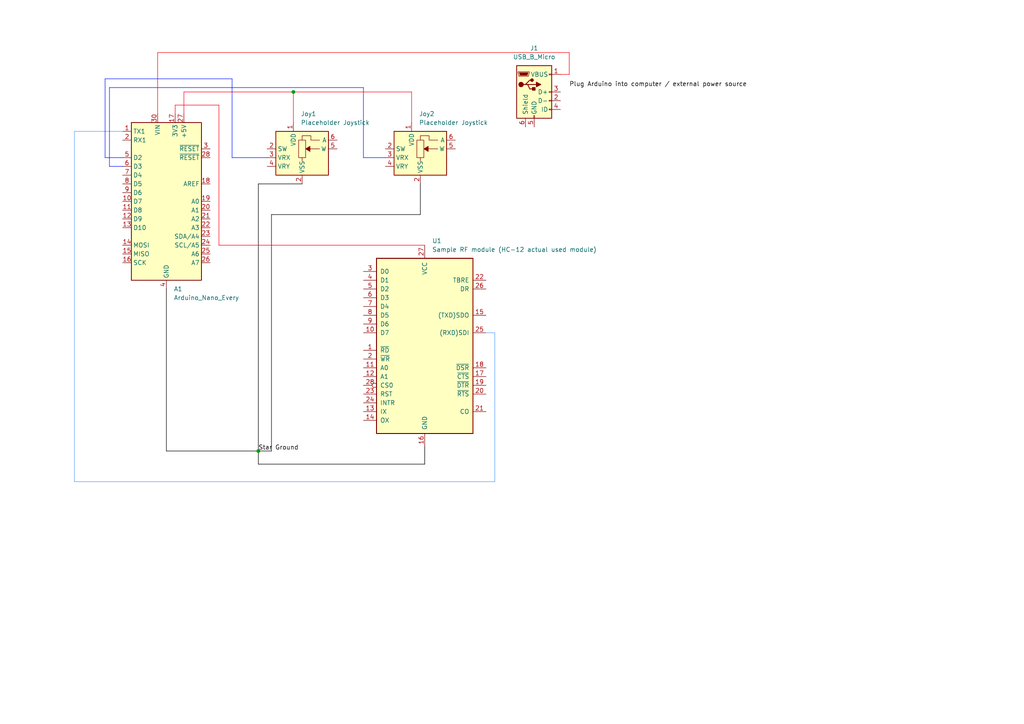
<source format=kicad_sch>
(kicad_sch (version 20250114) (generator "eeschema") (generator_version "9.0")
  (paper "A4")
  (title_block (title "Joystick"))
  (lib_symbols
    (symbol "Connector:USB_B_Micro" (pin_names (offset 1.016))
      (property "Reference" "J" (at -5.08 11.43 0))
      (property "Value" "USB_B_Micro" (at -5.08 8.89 0))
      (symbol "USB_B_Micro_0_1"
        (rectangle (start -5.08 -7.62) (end 5.08 7.62) (stroke (width 0.254)) (fill (type background)))
        (polyline (pts (xy -4.699 5.842) (xy -4.699 5.588) (xy -4.445 4.826) (xy -4.445 4.572) (xy -1.651 4.572) (xy -1.651 4.826) (xy -1.397 5.588) (xy -1.397 5.842) (xy -4.699 5.842)))
        (polyline (pts (xy -4.318 5.588) (xy -1.778 5.588) (xy -2.032 4.826) (xy -4.064 4.826) (xy -4.318 5.588)) (fill (type outline)))
        (circle (center -3.81 2.159) (radius 0.635) (stroke (width 0.254)) (fill (type outline)))
        (polyline (pts (xy -3.175 2.159) (xy -2.54 2.159) (xy -1.27 3.429) (xy -0.635 3.429)) (stroke (width 0.254)))
        (polyline (pts (xy -2.54 2.159) (xy -1.905 2.159) (xy -1.27 0.889) (xy 0 0.889)) (stroke (width 0.254)))
        (polyline (pts (xy -1.905 2.159) (xy 0.635 2.159)) (stroke (width 0.254)))
        (circle (center -0.635 3.429) (radius 0.381) (stroke (width 0.254)) (fill (type outline)))
        (rectangle (start -0.127 -7.62) (end 0.127 -6.858))
        (rectangle (start 0.254 1.27) (end -0.508 0.508) (stroke (width 0.254)) (fill (type outline)))
        (polyline (pts (xy 0.635 2.794) (xy 0.635 1.524) (xy 1.905 2.159) (xy 0.635 2.794)) (stroke (width 0.254)) (fill (type outline)))
        (rectangle (start 5.08 4.953) (end 4.318 5.207))
        (rectangle (start 5.08 -0.127) (end 4.318 0.127))
        (rectangle (start 5.08 -2.667) (end 4.318 -2.413))
        (rectangle (start 5.08 -5.207) (end 4.318 -4.953))
      )
      (symbol "USB_B_Micro_1_1"
        (pin passive line (at -2.54 -10.16 90) (length 2.54) (name "Shield") (number "6"))
        (pin power_out line (at 0 -10.16 90) (length 2.54) (name "GND") (number "5"))
        (pin power_out line (at 7.62 5.08 180) (length 2.54) (name "VBUS") (number "1"))
        (pin bidirectional line (at 7.62 0 180) (length 2.54) (name "D+") (number "3"))
        (pin bidirectional line (at 7.62 -2.54 180) (length 2.54) (name "D-") (number "2"))
        (pin passive line (at 7.62 -5.08 180) (length 2.54) (name "ID") (number "4"))
      )
    )
    (symbol "Interface_UART:8252" (pin_names (offset 1.016))
      (property "Reference" "U" (at -13.97 25.4 0))
      (property "Value" "8252" (at 8.89 25.4 0))
      (symbol "8252_0_1"
        (rectangle (start -13.97 -26.67) (end 13.97 24.13) (stroke (width 0.254)) (fill (type background)))
        (rectangle (start -13.97 -26.67) (end 13.97 24.13) (stroke (width 0.254)) (fill (type background)))
      )
      (symbol "8252_1_1"
        (pin bidirectional line (at -17.78 20.32 0) (length 3.81) (name "D0") (number "3"))
        (pin bidirectional line (at -17.78 17.78 0) (length 3.81) (name "D1") (number "4"))
        (pin bidirectional line (at -17.78 15.24 0) (length 3.81) (name "D2") (number "5"))
        (pin bidirectional line (at -17.78 12.7 0) (length 3.81) (name "D3") (number "6"))
        (pin bidirectional line (at -17.78 10.16 0) (length 3.81) (name "D4") (number "7"))
        (pin bidirectional line (at -17.78 7.62 0) (length 3.81) (name "D5") (number "8"))
        (pin bidirectional line (at -17.78 5.08 0) (length 3.81) (name "D6") (number "9"))
        (pin bidirectional line (at -17.78 2.54 0) (length 3.81) (name "D7") (number "10"))
        (pin input line (at -17.78 -2.54 0) (length 3.81) (name "~{RD}") (number "1"))
        (pin input line (at -17.78 -5.08 0) (length 3.81) (name "~{WR}") (number "2"))
        (pin input line (at -17.78 -7.62 0) (length 3.81) (name "A0") (number "11"))
        (pin input line (at -17.78 -10.16 0) (length 3.81) (name "A1") (number "12"))
        (pin input inverted (at -17.78 -12.7 0) (length 3.81) (name "CS0") (number "28"))
        (pin input line (at -17.78 -15.24 0) (length 3.81) (name "RST") (number "23"))
        (pin output line (at -17.78 -17.78 0) (length 3.81) (name "INTR") (number "24"))
        (pin input line (at -17.78 -20.32 0) (length 3.81) (name "IX") (number "13"))
        (pin output line (at -17.78 -22.86 0) (length 3.81) (name "OX") (number "14"))
        (pin power_in line (at 0 27.94 270) (length 3.81) (name "VCC") (number "27"))
        (pin power_in line (at 0 -30.48 90) (length 3.81) (name "GND") (number "16"))
        (pin output line (at 17.78 17.78 180) (length 3.81) (name "TBRE") (number "22"))
        (pin output line (at 17.78 15.24 180) (length 3.81) (name "DR") (number "26"))
        (pin output line (at 17.78 7.62 180) (length 3.81) (name "(TXD)SDO") (number "15"))
        (pin input line (at 17.78 2.54 180) (length 3.81) (name "(RXD)SDI") (number "25"))
        (pin input line (at 17.78 -7.62 180) (length 3.81) (name "~{DSR}") (number "18"))
        (pin input line (at 17.78 -10.16 180) (length 3.81) (name "~{CTS}") (number "17"))
        (pin output line (at 17.78 -12.7 180) (length 3.81) (name "~{DTR}") (number "19"))
        (pin output line (at 17.78 -15.24 180) (length 3.81) (name "~{RTS}") (number "20"))
        (pin output line (at 17.78 -20.32 180) (length 3.81) (name "CO") (number "21"))
      )
    )
    (symbol "MCP4018-xxxxLT_1"
      (property "Reference" "Joy1" (at -0.3967 12.7 0))
      (property "Value" "Placeholder Joystick" (at -0.3967 10.16 0))
      (symbol "MCP4018-xxxxLT_1_0_1"
        (polyline (pts (xy 0 0) (xy 0 -1.016)))
        (polyline (pts (xy 5.08 5.08) (xy 2.54 5.08) (xy 2.54 6.35) (xy 0 6.35) (xy 0 5.08)))
      )
      (symbol "MCP4018-xxxxLT_1_1_1"
        (rectangle (start -7.62 7.62) (end 7.62 -5.08) (stroke (width 0.254)) (fill (type background)))
        (rectangle (start 1.016 0) (end -1.016 5.08))
        (polyline (pts (xy 2.286 1.778) (xy 2.286 3.302) (xy 1.016 2.54) (xy 2.286 1.778)) (fill (type outline)))
        (polyline (pts (xy 5.08 2.54) (xy 2.286 2.54)))
        (pin output line (at -10.16 2.54 0) (length 2.54) (name "SW") (number "2"))
        (pin output line (at -10.16 0 0) (length 2.54) (name "VRX") (number "3"))
        (pin output line (at -10.16 -2.54 0) (length 2.54) (name "VRY") (number "4"))
        (pin power_in line (at -2.54 10.16 270) (length 2.54) (name "VDD") (number "1"))
        (pin power_in line (at 0 -7.62 90) (length 2.54) (name "VSS") (number "2"))
        (pin passive line (at 10.16 5.08 180) (length 2.54) (name "A") (number "6"))
        (pin passive line (at 10.16 2.54 180) (length 2.54) (name "W") (number "5"))
      )
    )
    (symbol "MCP4018-xxxxLT_2"
      (property "Reference" "Joy1" (at -0.3967 12.7 0))
      (property "Value" "Placeholder Joystick" (at -0.3967 10.16 0))
      (symbol "MCP4018-xxxxLT_2_0_1"
        (polyline (pts (xy 0 0) (xy 0 -1.016)))
        (polyline (pts (xy 5.08 5.08) (xy 2.54 5.08) (xy 2.54 6.35) (xy 0 6.35) (xy 0 5.08)))
      )
      (symbol "MCP4018-xxxxLT_2_1_1"
        (rectangle (start -7.62 7.62) (end 7.62 -5.08) (stroke (width 0.254)) (fill (type background)))
        (rectangle (start 1.016 0) (end -1.016 5.08))
        (polyline (pts (xy 2.286 1.778) (xy 2.286 3.302) (xy 1.016 2.54) (xy 2.286 1.778)) (fill (type outline)))
        (polyline (pts (xy 5.08 2.54) (xy 2.286 2.54)))
        (pin output line (at -10.16 2.54 0) (length 2.54) (name "SW") (number "2"))
        (pin output line (at -10.16 0 0) (length 2.54) (name "VRX") (number "3"))
        (pin output line (at -10.16 -2.54 0) (length 2.54) (name "VRY") (number "4"))
        (pin power_in line (at -2.54 10.16 270) (length 2.54) (name "VDD") (number "1"))
        (pin power_in line (at 0 -7.62 90) (length 2.54) (name "VSS") (number "2"))
        (pin passive line (at 10.16 5.08 180) (length 2.54) (name "A") (number "6"))
        (pin passive line (at 10.16 2.54 180) (length 2.54) (name "W") (number "5"))
      )
    )
    (symbol "MCU_Module:Arduino_Nano_Every"
      (property "Reference" "A" (at -10.16 23.495 0))
      (property "Value" "Arduino_Nano_Every" (at 5.08 -24.13 0))
      (symbol "Arduino_Nano_Every_0_1"
        (rectangle (start -10.16 22.86) (end 10.16 -22.86) (stroke (width 0.254)) (fill (type background)))
      )
      (symbol "Arduino_Nano_Every_1_1"
        (pin bidirectional line (at -12.7 20.32 0) (length 2.54) (name "TX1") (number "1"))
        (pin bidirectional line (at -12.7 17.78 0) (length 2.54) (name "RX1") (number "2"))
        (pin bidirectional line (at -12.7 12.7 0) (length 2.54) (name "D2") (number "5"))
        (pin bidirectional line (at -12.7 10.16 0) (length 2.54) (name "D3") (number "6"))
        (pin bidirectional line (at -12.7 7.62 0) (length 2.54) (name "D4") (number "7"))
        (pin bidirectional line (at -12.7 5.08 0) (length 2.54) (name "D5") (number "8"))
        (pin bidirectional line (at -12.7 2.54 0) (length 2.54) (name "D6") (number "9"))
        (pin bidirectional line (at -12.7 0 0) (length 2.54) (name "D7") (number "10"))
        (pin bidirectional line (at -12.7 -2.54 0) (length 2.54) (name "D8") (number "11"))
        (pin bidirectional line (at -12.7 -5.08 0) (length 2.54) (name "D9") (number "12"))
        (pin bidirectional line (at -12.7 -7.62 0) (length 2.54) (name "D10") (number "13"))
        (pin bidirectional line (at -12.7 -12.7 0) (length 2.54) (name "MOSI") (number "14"))
        (pin bidirectional line (at -12.7 -15.24 0) (length 2.54) (name "MISO") (number "15"))
        (pin bidirectional line (at -12.7 -17.78 0) (length 2.54) (name "SCK") (number "16"))
        (pin power_in line (at -2.54 25.4 270) (length 2.54) (name "VIN") (number "30"))
        (pin passive line (at 0 -25.4 90) (length 2.54) (hide yes) (name "GND") (number "29"))
        (pin power_in line (at 0 -25.4 90) (length 2.54) (name "GND") (number "4"))
        (pin power_out line (at 2.54 25.4 270) (length 2.54) (name "3V3") (number "17"))
        (pin power_out line (at 5.08 25.4 270) (length 2.54) (name "+5V") (number "27"))
        (pin input line (at 12.7 15.24 180) (length 2.54) (name "~{RESET}") (number "3"))
        (pin input line (at 12.7 12.7 180) (length 2.54) (name "~{RESET}") (number "28"))
        (pin input line (at 12.7 5.08 180) (length 2.54) (name "AREF") (number "18"))
        (pin bidirectional line (at 12.7 0 180) (length 2.54) (name "A0") (number "19"))
        (pin bidirectional line (at 12.7 -2.54 180) (length 2.54) (name "A1") (number "20"))
        (pin bidirectional line (at 12.7 -5.08 180) (length 2.54) (name "A2") (number "21"))
        (pin bidirectional line (at 12.7 -7.62 180) (length 2.54) (name "A3") (number "22"))
        (pin bidirectional line (at 12.7 -10.16 180) (length 2.54) (name "SDA/A4") (number "23"))
        (pin bidirectional line (at 12.7 -12.7 180) (length 2.54) (name "SCL/A5") (number "24"))
        (pin bidirectional line (at 12.7 -15.24 180) (length 2.54) (name "A6") (number "25"))
        (pin bidirectional line (at 12.7 -17.78 180) (length 2.54) (name "A7") (number "26"))
      )
    )
  )
  (junction (at 85.09 26.67))
  (junction (at 74.93 130.81))
  (wire (pts (xy 123.19 129.54) (xy 123.19 134.62)) (stroke (width 0) (color 0 0 0 1)))
  (wire (pts (xy 74.93 130.81) (xy 78.74 130.81)) (stroke (width 0) (color 0 0 0 1)))
  (wire (pts (xy 121.92 53.34) (xy 121.92 62.23)) (stroke (width 0) (color 0 0 0 1)))
  (wire (pts (xy 119.38 26.67) (xy 85.09 26.67)) (stroke (width 0) (color 255 0 23 1)))
  (wire (pts (xy 123.19 71.12) (xy 63.5 71.12)) (stroke (width 0) (color 255 0 19 1)))
  (wire (pts (xy 67.31 22.86) (xy 30.48 22.86)) (stroke (width 0) (color 0 19 255 1)))
  (wire (pts (xy 74.93 53.34) (xy 74.93 130.81)) (stroke (width 0) (color 0 0 0 1)))
  (wire (pts (xy 165.1 15.24) (xy 45.72 15.24)) (stroke (width 0) (color 255 0 4 1)))
  (wire (pts (xy 111.76 45.72) (xy 105.41 45.72)) (stroke (width 0) (color 0 19 255 1)))
  (wire (pts (xy 31.75 48.26) (xy 35.56 48.26)) (stroke (width 0) (color 0 19 255 1)))
  (wire (pts (xy 105.41 25.4) (xy 31.75 25.4)) (stroke (width 0) (color 0 19 255 1)))
  (wire (pts (xy 162.56 21.59) (xy 165.1 21.59)) (stroke (width 0) (color 255 0 4 1)))
  (wire (pts (xy 48.26 83.82) (xy 48.26 130.81)) (stroke (width 0) (color 0 0 0 1)))
  (wire (pts (xy 74.93 134.62) (xy 74.93 130.81)) (stroke (width 0) (color 0 0 0 1)))
  (wire (pts (xy 105.41 45.72) (xy 105.41 25.4)) (stroke (width 0) (color 0 19 255 1)))
  (wire (pts (xy 30.48 22.86) (xy 30.48 45.72)) (stroke (width 0) (color 0 19 255 1)))
  (wire (pts (xy 78.74 62.23) (xy 78.74 130.81)) (stroke (width 0) (color 0 0 0 1)))
  (wire (pts (xy 63.5 30.48) (xy 50.8 30.48)) (stroke (width 0) (color 255 0 19 1)))
  (wire (pts (xy 121.92 62.23) (xy 78.74 62.23)) (stroke (width 0) (color 0 0 0 1)))
  (wire (pts (xy 21.59 139.7) (xy 143.51 139.7)) (stroke (width 0) (color 86 158 255 1)))
  (wire (pts (xy 48.26 130.81) (xy 74.93 130.81)) (stroke (width 0) (color 0 0 0 1)))
  (wire (pts (xy 77.47 45.72) (xy 67.31 45.72)) (stroke (width 0) (color 0 19 255 1)))
  (wire (pts (xy 87.63 53.34) (xy 74.93 53.34)) (stroke (width 0) (color 0 0 0 1)))
  (wire (pts (xy 31.75 25.4) (xy 31.75 48.26)) (stroke (width 0) (color 0 19 255 1)))
  (wire (pts (xy 123.19 134.62) (xy 74.93 134.62)) (stroke (width 0) (color 0 0 0 1)))
  (wire (pts (xy 53.34 26.67) (xy 53.34 33.02)) (stroke (width 0) (color 255 0 23 1)))
  (wire (pts (xy 50.8 30.48) (xy 50.8 33.02)) (stroke (width 0) (color 255 0 19 1)))
  (wire (pts (xy 85.09 35.56) (xy 85.09 26.67)) (stroke (width 0) (color 255 0 23 1)))
  (wire (pts (xy 143.51 139.7) (xy 143.51 96.52)) (stroke (width 0) (color 86 158 255 1)))
  (wire (pts (xy 85.09 26.67) (xy 53.34 26.67)) (stroke (width 0) (color 255 0 23 1)))
  (wire (pts (xy 30.48 45.72) (xy 35.56 45.72)) (stroke (width 0) (color 0 19 255 1)))
  (wire (pts (xy 45.72 15.24) (xy 45.72 33.02)) (stroke (width 0) (color 255 0 4 1)))
  (wire (pts (xy 21.59 38.1) (xy 21.59 139.7)) (stroke (width 0) (color 86 158 255 1)))
  (wire (pts (xy 67.31 45.72) (xy 67.31 22.86)) (stroke (width 0) (color 0 19 255 1)))
  (wire (pts (xy 165.1 21.59) (xy 165.1 15.24)) (stroke (width 0) (color 255 0 4 1)))
  (wire (pts (xy 35.56 38.1) (xy 21.59 38.1)) (stroke (width 0) (color 86 158 255 1)))
  (wire (pts (xy 143.51 96.52) (xy 140.97 96.52)) (stroke (width 0) (color 86 158 255 1)))
  (wire (pts (xy 63.5 71.12) (xy 63.5 30.48)) (stroke (width 0) (color 255 0 19 1)))
  (wire (pts (xy 119.38 35.56) (xy 119.38 26.67)) (stroke (width 0) (color 255 0 23 1)))
  (label "Plug Arduino into computer {slash} external power source" (at 165.1 25.4 0))
  (label "Star Ground" (at 74.93 130.81 0))
  (symbol (lib_id "Connector:USB_B_Micro") (at 154.94 26.67 0) (unit 1)
    (property "Reference" "J1" (at 154.94 13.97 0))
    (property "Value" "USB_B_Micro" (at 154.94 16.51 0))
    (property "Description" "USB Micro Type B connector" (effects (hide yes)))
  )
  (symbol (lib_name "MCP4018-xxxxLT_2") (lib_id "Potentiometer_Digital:MCP4018-xxxxLT") (at 121.92 45.72 0) (unit 1)
    (property "Reference" "Joy2" (at 121.5233 33.02 0) (effects (justify left)))
    (property "Value" "Placeholder Joystick" (at 121.5233 35.56 0) (effects (justify left)))
    (property "Datasheet" "https://www.osepp.com/electronic-modules/sensor-modules/67-joystick-module" (effects (hide yes)))
  )
  (symbol (lib_id "MCU_Module:Arduino_Nano_Every") (at 48.26 58.42 0) (unit 1)
    (property "Reference" "A1" (at 50.4033 83.82 0) (effects (justify left)))
    (property "Value" "Arduino_Nano_Every" (at 50.4033 86.36 0) (effects (justify left)))
    (property "Footprint" "Module:Arduino_Nano" (effects (hide yes)))
    (property "Datasheet" "https://content.arduino.cc/assets/NANOEveryV3.0_sch.pdf" (effects (hide yes)))
    (property "Description" "Arduino Nano Every" (effects (hide yes)))
  )
  (symbol (lib_id "Interface_UART:8252") (at 123.19 99.06 0) (unit 1)
    (property "Reference" "U1" (at 125.3333 69.85 0) (effects (justify left)))
    (property "Value" "Sample RF module (HC-12 actual used module)" (at 125.3333 72.39 0) (effects (justify left)))
    (property "Footprint" "Package_DIP:DIP-28_W15.24mm" (effects (hide yes)))
    (property "Description" "RF UART" (effects (hide yes)))
  )
  (symbol (lib_name "MCP4018-xxxxLT_1") (lib_id "Potentiometer_Digital:MCP4018-xxxxLT") (at 87.63 45.72 0) (unit 1)
    (property "Reference" "Joy1" (at 87.2333 33.02 0) (effects (justify left)))
    (property "Value" "Placeholder Joystick" (at 87.2333 35.56 0) (effects (justify left)))
    (property "Datasheet" "https://www.osepp.com/electronic-modules/sensor-modules/67-joystick-module" (effects (hide yes)))
  )
)
</source>
